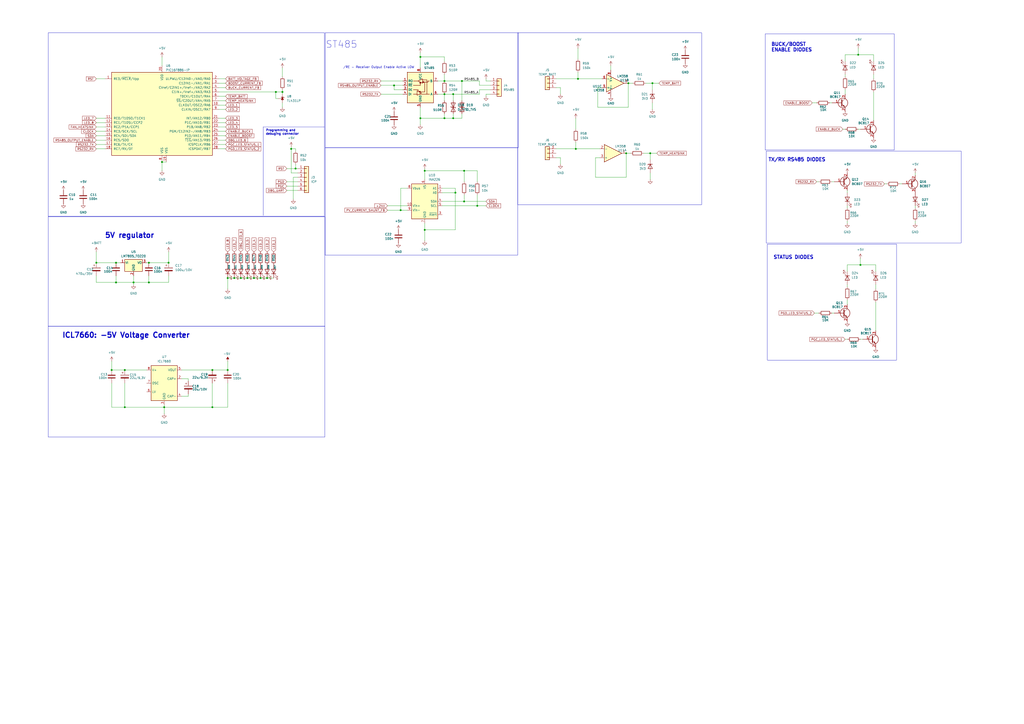
<source format=kicad_sch>
(kicad_sch (version 20231120) (generator "eeschema") (generator_version "8.0")
  (paper "A2")
  (junction (at 246.38 133.35))
  (junction (at 123.19 236.22))
  (junction (at 72.39 236.22))
  (junction (at 269.24 116.84))
  (junction (at 72.39 214.63))
  (junction (at 97.79 152.4))
  (junction (at 55.88 152.4))
  (junction (at 364.49 48.26))
  (junction (at 143.51 161.29))
  (junction (at 257.81 46.99))
  (junction (at 132.08 214.63))
  (junction (at 264.16 111.76))
  (junction (at 168.91 86.36))
  (junction (at 123.19 214.63))
  (junction (at 378.46 48.26))
  (junction (at 64.77 214.63))
  (junction (at 262.89 68.58))
  (junction (at 267.97 46.99))
  (junction (at 132.08 161.29))
  (junction (at 363.22 88.9))
  (junction (at 86.36 163.83))
  (junction (at 163.83 53.34))
  (junction (at 497.84 31.75))
  (junction (at 262.89 54.61))
  (junction (at 67.31 163.83))
  (junction (at 269.24 99.06))
  (junction (at 243.84 68.58))
  (junction (at 95.25 236.22))
  (junction (at 257.81 68.58))
  (junction (at 276.86 119.38))
  (junction (at 154.94 161.29))
  (junction (at 151.13 161.29))
  (junction (at 147.32 161.29))
  (junction (at 335.28 45.72))
  (junction (at 160.02 53.34))
  (junction (at 86.36 152.4))
  (junction (at 257.81 54.61))
  (junction (at 232.41 121.92))
  (junction (at 77.47 163.83))
  (junction (at 93.98 93.98))
  (junction (at 243.84 33.02))
  (junction (at 499.11 153.67))
  (junction (at 135.89 161.29))
  (junction (at 139.7 161.29))
  (junction (at 67.31 152.4))
  (junction (at 334.01 86.36))
  (junction (at 377.19 88.9))
  (junction (at 228.6 49.53))
  (junction (at 246.38 99.06))
  (junction (at 171.45 97.79))
  (wire (pts (xy 262.89 54.61) (xy 278.13 54.61)))
  (wire (pts (xy 163.83 59.69) (xy 163.83 62.23)))
  (wire (pts (xy 246.38 99.06) (xy 246.38 104.14)))
  (wire (pts (xy 322.58 45.72) (xy 335.28 45.72)))
  (wire (pts (xy 521.97 106.68) (xy 523.24 106.68)))
  (wire (pts (xy 346.71 62.23) (xy 364.49 62.23)))
  (wire (pts (xy 85.09 152.4) (xy 86.36 152.4)))
  (wire (pts (xy 530.86 100.33) (xy 530.86 101.6)))
  (wire (pts (xy 262.89 68.58) (xy 257.81 68.58)))
  (wire (pts (xy 381 88.9) (xy 377.19 88.9)))
  (wire (pts (xy 284.48 52.07) (xy 278.13 52.07)))
  (wire (pts (xy 473.71 105.41) (xy 474.98 105.41)))
  (wire (pts (xy 377.19 104.14) (xy 377.19 100.33)))
  (wire (pts (xy 246.38 99.06) (xy 269.24 99.06)))
  (wire (pts (xy 139.7 161.29) (xy 143.51 161.29)))
  (wire (pts (xy 86.36 163.83) (xy 86.36 160.02)))
  (wire (pts (xy 55.88 163.83) (xy 55.88 160.02)))
  (wire (pts (xy 506.73 43.18) (xy 506.73 45.72)))
  (wire (pts (xy 346.71 50.8) (xy 349.25 50.8)))
  (wire (pts (xy 64.77 236.22) (xy 64.77 222.25)))
  (wire (pts (xy 508 175.26) (xy 508 191.77)))
  (wire (pts (xy 345.44 91.44) (xy 347.98 91.44)))
  (wire (pts (xy 281.94 46.99) (xy 281.94 45.72)))
  (wire (pts (xy 243.84 30.48) (xy 243.84 33.02)))
  (wire (pts (xy 499.11 149.86) (xy 499.11 153.67)))
  (wire (pts (xy 127 76.2) (xy 130.81 76.2)))
  (wire (pts (xy 278.13 52.07) (xy 278.13 54.61)))
  (wire (pts (xy 166.37 107.95) (xy 172.72 107.95)))
  (wire (pts (xy 77.47 163.83) (xy 77.47 165.1)))
  (wire (pts (xy 135.89 161.29) (xy 139.7 161.29)))
  (wire (pts (xy 334.01 68.58) (xy 334.01 74.93)))
  (wire (pts (xy 154.94 161.29) (xy 158.75 161.29)))
  (wire (pts (xy 236.22 109.22) (xy 232.41 109.22)))
  (wire (pts (xy 171.45 95.25) (xy 171.45 97.79)))
  (wire (pts (xy 228.6 49.53) (xy 233.68 49.53)))
  (wire (pts (xy 363.22 88.9) (xy 365.76 88.9)))
  (wire (pts (xy 171.45 87.63) (xy 171.45 86.36)))
  (wire (pts (xy 55.88 81.28) (xy 60.96 81.28)))
  (wire (pts (xy 97.79 146.05) (xy 97.79 152.4)))
  (wire (pts (xy 530.86 119.38) (xy 530.86 120.65)))
  (wire (pts (xy 488.95 74.93) (xy 490.22 74.93)))
  (wire (pts (xy 481.33 59.69) (xy 482.6 59.69)))
  (wire (pts (xy 86.36 163.83) (xy 97.79 163.83)))
  (wire (pts (xy 364.49 62.23) (xy 364.49 48.26)))
  (wire (pts (xy 276.86 119.38) (xy 281.94 119.38)))
  (wire (pts (xy 325.12 50.8) (xy 325.12 54.61)))
  (wire (pts (xy 471.17 59.69) (xy 473.71 59.69)))
  (wire (pts (xy 95.25 236.22) (xy 95.25 240.03)))
  (wire (pts (xy 97.79 163.83) (xy 97.79 160.02)))
  (wire (pts (xy 172.72 102.87) (xy 170.18 102.87)))
  (wire (pts (xy 257.81 54.61) (xy 262.89 54.61)))
  (wire (pts (xy 220.98 46.99) (xy 233.68 46.99)))
  (wire (pts (xy 55.88 76.2) (xy 60.96 76.2)))
  (wire (pts (xy 55.88 68.58) (xy 60.96 68.58)))
  (wire (pts (xy 354.33 38.1) (xy 354.33 40.64)))
  (wire (pts (xy 281.94 55.88) (xy 281.94 54.61)))
  (wire (pts (xy 281.94 54.61) (xy 284.48 54.61)))
  (wire (pts (xy 95.25 236.22) (xy 123.19 236.22)))
  (wire (pts (xy 276.86 99.06) (xy 276.86 105.41)))
  (wire (pts (xy 132.08 161.29) (xy 132.08 167.64)))
  (wire (pts (xy 325.12 91.44) (xy 325.12 95.25)))
  (wire (pts (xy 246.38 133.35) (xy 246.38 139.7)))
  (wire (pts (xy 127 50.8) (xy 130.81 50.8)))
  (wire (pts (xy 93.98 93.98) (xy 93.98 99.06)))
  (wire (pts (xy 93.98 93.98) (xy 96.52 93.98)))
  (wire (pts (xy 143.51 161.29) (xy 147.32 161.29)))
  (wire (pts (xy 163.83 53.34) (xy 163.83 54.61)))
  (wire (pts (xy 373.38 88.9) (xy 377.19 88.9)))
  (wire (pts (xy 256.54 119.38) (xy 276.86 119.38)))
  (wire (pts (xy 220.98 54.61) (xy 233.68 54.61)))
  (wire (pts (xy 132.08 236.22) (xy 132.08 222.25)))
  (wire (pts (xy 506.73 53.34) (xy 506.73 69.85)))
  (wire (pts (xy 151.13 161.29) (xy 154.94 161.29)))
  (wire (pts (xy 530.86 128.27) (xy 530.86 129.54)))
  (wire (pts (xy 69.85 152.4) (xy 67.31 152.4)))
  (wire (pts (xy 132.08 161.29) (xy 135.89 161.29)))
  (wire (pts (xy 163.83 52.07) (xy 163.83 53.34)))
  (wire (pts (xy 378.46 48.26) (xy 378.46 52.07)))
  (wire (pts (xy 243.84 62.23) (xy 243.84 68.58)))
  (wire (pts (xy 105.41 214.63) (xy 123.19 214.63)))
  (wire (pts (xy 160.02 57.15) (xy 160.02 53.34)))
  (wire (pts (xy 161.29 57.15) (xy 160.02 57.15)))
  (wire (pts (xy 335.28 27.94) (xy 335.28 34.29)))
  (wire (pts (xy 243.84 33.02) (xy 243.84 39.37)))
  (wire (pts (xy 322.58 86.36) (xy 334.01 86.36)))
  (wire (pts (xy 130.81 81.28) (xy 127 81.28)))
  (wire (pts (xy 322.58 50.8) (xy 325.12 50.8)))
  (wire (pts (xy 55.88 73.66) (xy 60.96 73.66)))
  (wire (pts (xy 168.91 85.09) (xy 168.91 86.36)))
  (wire (pts (xy 166.37 110.49) (xy 172.72 110.49)))
  (wire (pts (xy 132.08 209.55) (xy 132.08 214.63)))
  (wire (pts (xy 256.54 111.76) (xy 264.16 111.76)))
  (wire (pts (xy 55.88 78.74) (xy 60.96 78.74)))
  (wire (pts (xy 130.81 60.96) (xy 127 60.96)))
  (wire (pts (xy 170.18 102.87) (xy 170.18 115.57)))
  (wire (pts (xy 130.81 78.74) (xy 127 78.74)))
  (wire (pts (xy 95.25 236.22) (xy 72.39 236.22)))
  (wire (pts (xy 228.6 52.07) (xy 228.6 49.53)))
  (wire (pts (xy 246.38 133.35) (xy 264.16 133.35)))
  (wire (pts (xy 109.22 229.87) (xy 105.41 229.87)))
  (wire (pts (xy 491.49 153.67) (xy 499.11 153.67)))
  (wire (pts (xy 267.97 68.58) (xy 262.89 68.58)))
  (wire (pts (xy 335.28 45.72) (xy 335.28 41.91)))
  (wire (pts (xy 257.81 68.58) (xy 243.84 68.58)))
  (wire (pts (xy 491.49 165.1) (xy 491.49 166.37)))
  (wire (pts (xy 130.81 86.36) (xy 127 86.36)))
  (wire (pts (xy 262.89 66.04) (xy 262.89 68.58)))
  (wire (pts (xy 147.32 161.29) (xy 151.13 161.29)))
  (wire (pts (xy 86.36 152.4) (xy 97.79 152.4)))
  (wire (pts (xy 160.02 53.34) (xy 163.83 53.34)))
  (wire (pts (xy 491.49 110.49) (xy 491.49 111.76)))
  (wire (pts (xy 497.84 27.94) (xy 497.84 31.75)))
  (wire (pts (xy 491.49 119.38) (xy 491.49 120.65)))
  (wire (pts (xy 334.01 86.36) (xy 347.98 86.36)))
  (wire (pts (xy 257.81 54.61) (xy 257.81 58.42)))
  (wire (pts (xy 77.47 163.83) (xy 86.36 163.83)))
  (wire (pts (xy 499.11 153.67) (xy 508 153.67)))
  (wire (pts (xy 257.81 33.02) (xy 243.84 33.02)))
  (wire (pts (xy 123.19 236.22) (xy 132.08 236.22)))
  (wire (pts (xy 257.81 46.99) (xy 267.97 46.99)))
  (wire (pts (xy 220.98 49.53) (xy 228.6 49.53)))
  (wire (pts (xy 364.49 48.26) (xy 367.03 48.26)))
  (wire (pts (xy 55.88 71.12) (xy 60.96 71.12)))
  (wire (pts (xy 67.31 152.4) (xy 55.88 152.4)))
  (wire (pts (xy 490.22 43.18) (xy 490.22 44.45)))
  (wire (pts (xy 490.22 196.85) (xy 491.49 196.85)))
  (wire (pts (xy 264.16 111.76) (xy 264.16 109.22)))
  (wire (pts (xy 345.44 91.44) (xy 345.44 102.87)))
  (wire (pts (xy 67.31 163.83) (xy 77.47 163.83)))
  (wire (pts (xy 55.88 45.72) (xy 60.96 45.72)))
  (wire (pts (xy 499.11 196.85) (xy 500.38 196.85)))
  (wire (pts (xy 374.65 48.26) (xy 378.46 48.26)))
  (wire (pts (xy 472.44 181.61) (xy 474.98 181.61)))
  (wire (pts (xy 490.22 31.75) (xy 497.84 31.75)))
  (wire (pts (xy 105.41 219.71) (xy 109.22 219.71)))
  (wire (pts (xy 284.48 49.53) (xy 278.13 49.53)))
  (wire (pts (xy 130.81 73.66) (xy 127 73.66)))
  (wire (pts (xy 267.97 66.04) (xy 267.97 68.58)))
  (wire (pts (xy 224.79 121.92) (xy 232.41 121.92)))
  (wire (pts (xy 264.16 133.35) (xy 264.16 111.76)))
  (wire (pts (xy 233.68 52.07) (xy 228.6 52.07)))
  (wire (pts (xy 257.81 35.56) (xy 257.81 33.02)))
  (wire (pts (xy 109.22 219.71) (xy 109.22 220.98)))
  (wire (pts (xy 130.81 83.82) (xy 127 83.82)))
  (wire (pts (xy 267.97 46.99) (xy 278.13 46.99)))
  (wire (pts (xy 322.58 91.44) (xy 325.12 91.44)))
  (wire (pts (xy 491.49 128.27) (xy 491.49 129.54)))
  (wire (pts (xy 130.81 58.42) (xy 127 58.42)))
  (wire (pts (xy 278.13 49.53) (xy 278.13 46.99)))
  (wire (pts (xy 109.22 228.6) (xy 109.22 229.87)))
  (wire (pts (xy 491.49 173.99) (xy 491.49 176.53)))
  (wire (pts (xy 67.31 163.83) (xy 55.88 163.83)))
  (wire (pts (xy 172.72 100.33) (xy 168.91 100.33)))
  (wire (pts (xy 497.84 31.75) (xy 506.73 31.75)))
  (wire (pts (xy 224.79 119.38) (xy 236.22 119.38)))
  (wire (pts (xy 130.81 71.12) (xy 127 71.12)))
  (wire (pts (xy 168.91 86.36) (xy 171.45 86.36)))
  (wire (pts (xy 335.28 45.72) (xy 349.25 45.72)))
  (wire (pts (xy 123.19 214.63) (xy 132.08 214.63)))
  (wire (pts (xy 506.73 31.75) (xy 506.73 35.56)))
  (wire (pts (xy 256.54 116.84) (xy 269.24 116.84)))
  (wire (pts (xy 482.6 181.61) (xy 483.87 181.61)))
  (wire (pts (xy 127 53.34) (xy 160.02 53.34)))
  (wire (pts (xy 64.77 209.55) (xy 64.77 214.63)))
  (wire (pts (xy 334.01 86.36) (xy 334.01 82.55)))
  (wire (pts (xy 269.24 99.06) (xy 269.24 105.41)))
  (wire (pts (xy 72.39 222.25) (xy 72.39 236.22)))
  (polyline (pts (xy 152.654 73.66) (xy 152.654 124.968)))
  (wire (pts (xy 264.16 109.22) (xy 256.54 109.22)))
  (wire (pts (xy 130.81 68.58) (xy 127 68.58)))
  (wire (pts (xy 262.89 54.61) (xy 262.89 58.42)))
  (wire (pts (xy 490.22 31.75) (xy 490.22 35.56)))
  (wire (pts (xy 482.6 105.41) (xy 483.87 105.41)))
  (wire (pts (xy 508 153.67) (xy 508 157.48)))
  (wire (pts (xy 171.45 97.79) (xy 172.72 97.79)))
  (wire (pts (xy 382.27 48.26) (xy 378.46 48.26)))
  (wire (pts (xy 269.24 99.06) (xy 276.86 99.06)))
  (wire (pts (xy 64.77 214.63) (xy 72.39 214.63)))
  (wire (pts (xy 166.37 105.41) (xy 172.72 105.41)))
  (wire (pts (xy 508 165.1) (xy 508 167.64)))
  (wire (pts (xy 55.88 146.05) (xy 55.88 152.4)))
  (wire (pts (xy 55.88 83.82) (xy 60.96 83.82)))
  (wire (pts (xy 67.31 160.02) (xy 67.31 163.83)))
  (wire (pts (xy 254 54.61) (xy 257.81 54.61)))
  (wire (pts (xy 130.81 63.5) (xy 127 63.5)))
  (wire (pts (xy 257.81 66.04) (xy 257.81 68.58)))
  (wire (pts (xy 254 46.99) (xy 257.81 46.99)))
  (wire (pts (xy 72.39 214.63) (xy 85.09 214.63)))
  (wire (pts (xy 168.91 86.36) (xy 168.91 100.33)))
  (wire (pts (xy 77.47 160.02) (xy 77.47 163.83)))
  (wire (pts (xy 166.37 97.79) (xy 171.45 97.79)))
  (wire (pts (xy 363.22 102.87) (xy 363.22 88.9)))
  (wire (pts (xy 346.71 50.8) (xy 346.71 62.23)))
  (wire (pts (xy 246.38 129.54) (xy 246.38 133.35)))
  (wire (pts (xy 127 55.88) (xy 130.81 55.88)))
  (wire (pts (xy 513.08 106.68) (xy 514.35 106.68)))
  (wire (pts (xy 267.97 46.99) (xy 267.97 58.42)))
  (wire (pts (xy 269.24 113.03) (xy 269.24 116.84)))
  (wire (pts (xy 490.22 52.07) (xy 490.22 54.61)))
  (wire (pts (xy 127 48.26) (xy 130.81 48.26)))
  (wire (pts (xy 257.81 43.18) (xy 257.81 46.99)))
  (wire (pts (xy 377.19 88.9) (xy 377.19 92.71)))
  (wire (pts (xy 95.25 234.95) (xy 95.25 236.22)))
  (wire (pts (xy 345.44 102.87) (xy 363.22 102.87)))
  (wire (pts (xy 378.46 63.5) (xy 378.46 59.69)))
  (wire (pts (xy 232.41 121.92) (xy 236.22 121.92)))
  (wire (pts (xy 276.86 113.03) (xy 276.86 119.38)))
  (wire (pts (xy 163.83 39.37) (xy 163.83 44.45)))
  (wire (pts (xy 243.84 68.58) (xy 243.84 72.39)))
  (wire (pts (xy 497.84 74.93) (xy 499.11 74.93)))
  (wire (pts (xy 232.41 109.22) (xy 232.41 121.92)))
  (wire (pts (xy 72.39 236.22) (xy 64.77 236.22)))
  (wire (pts (xy 55.88 86.36) (xy 60.96 86.36)))
  (wire (pts (xy 269.24 116.84) (xy 281.94 116.84)))
  (wire (pts (xy 93.98 33.02) (xy 93.98 38.1)))
  (wire (pts (xy 246.38 97.79) (xy 246.38 99.06)))
  (polyline (pts (xy 188.214 73.66) (xy 152.654 73.66)))
  (wire (pts (xy 123.19 236.22) (xy 123.19 222.25)))
  (wire (pts (xy 491.49 153.67) (xy 491.49 157.48)))
  (wire (pts (xy 127 45.72) (xy 130.81 45.72)))
  (wire (pts (xy 284.48 46.99) (xy 281.94 46.99)))
  (rectangle (start 443.865 19.685) (end 518.795 86.995))
  (rectangle (start 27.94 19.05) (end 188.214 125.476))
  (rectangle (start 188.595 19.05) (end 300.736 85.598))
  (rectangle (start 444.5 87.63) (end 557.53 140.97))
  (rectangle (start 445.135 141.605) (end 520.065 208.915))
  (rectangle (start 27.94 125.73) (end 188.468 189.23))
  (rectangle (start 300.355 19.05) (end 407.035 118.745))
  (rectangle (start 27.94 189.23) (end 188.468 253.492))
  (rectangle (start 188.595 85.725) (end 300.355 147.955))
  (text "5V regulator" (at 75.184 136.652 0) (effects (font (size 3 3) (thickness 0.6) (bold yes))))
  (text "TX/RX RS485 DIODES" (at 462.28 92.71 0) (effects (font (size 2 2) (thickness 0.4) (bold yes))))
  (text "Programming and\ndebuging connector" (at 154.178 76.708 0) (effects (font (size 1.27 1.27) (bold yes)) (justify left)))
  (text "BUCK/BOOST\nENABLE DIODES" (at 447.294 27.432 0) (effects (font (size 2 2) (thickness 0.4) (bold yes)) (justify left)))
  (text "ICL7660: -5V Voltage Converter" (at 73.152 194.564 0) (effects (font (size 3 3) (thickness 0.6) (bold yes))))
  (text "/RE - Receiver Output Enable Active LOW" (at 219.71 39.116 0) (effects (font (size 1.27 1.27))))
  (text "STATUS DIODES" (at 448.564 149.352 0) (effects (font (size 2 2) (thickness 0.4) (bold yes)) (justify left)))
  (text "ST485" (at 198.12 25.908 0) (effects (font (size 4 4))))
  (label "RS485_B" (at 269.24 46.99 0))
  (label "RS485_A" (at 269.24 54.61 0))
  (global_label "RS232_TX" (shape input) (at 55.88 83.82 180) (property "Intersheetrefs" "${INTERSHEET_REFS}" (effects (hide yes))))
  (global_label "RS485_OUTPUT_ENABLE" (shape input) (at 55.88 81.28 180) (property "Intersheetrefs" "${INTERSHEET_REFS}" (effects (hide yes))))
  (global_label "RS232_RX" (shape input) (at 55.88 86.36 180) (property "Intersheetrefs" "${INTERSHEET_REFS}" (effects (hide yes))))
  (global_label "LED_5" (shape input) (at 130.81 73.66 0) (property "Intersheetrefs" "${INTERSHEET_REFS}" (effects (hide yes))))
  (global_label "TEMP_BATT" (shape input) (at 382.27 48.26 0) (property "Intersheetrefs" "${INTERSHEET_REFS}" (effects (hide yes))))
  (global_label "LED_1" (shape input) (at 158.75 146.05 90) (property "Intersheetrefs" "${INTERSHEET_REFS}" (effects (hide yes))))
  (global_label "RS232_TX" (shape input) (at 220.98 54.61 180) (property "Intersheetrefs" "${INTERSHEET_REFS}" (effects (hide yes))))
  (global_label "DBG_UART" (shape input) (at 166.37 110.49 180) (property "Intersheetrefs" "${INTERSHEET_REFS}" (effects (hide yes))))
  (global_label "+24V" (shape input) (at 224.79 119.38 180) (property "Intersheetrefs" "${INTERSHEET_REFS}" (effects (hide yes))))
  (global_label "PV_CURRENT_SHUNT_FB" (shape input) (at 224.79 121.92 180) (property "Intersheetrefs" "${INTERSHEET_REFS}" (effects (hide yes))))
  (global_label "LED_7" (shape input) (at 135.89 146.05 90) (property "Intersheetrefs" "${INTERSHEET_REFS}" (effects (hide yes))))
  (global_label "ENABLE_BOOST" (shape input) (at 130.81 78.74 0) (property "Intersheetrefs" "${INTERSHEET_REFS}" (effects (hide yes))))
  (global_label "RS485_OUTPUT_ENABLE" (shape input) (at 220.98 49.53 180) (property "Intersheetrefs" "${INTERSHEET_REFS}" (effects (hide yes))))
  (global_label "PGC_LED_STATUS_1" (shape input) (at 130.81 83.82 0) (property "Intersheetrefs" "${INTERSHEET_REFS}" (effects (hide yes))))
  (global_label "LED_2" (shape input) (at 130.81 63.5 0) (property "Intersheetrefs" "${INTERSHEET_REFS}" (effects (hide yes))))
  (global_label "RST" (shape input) (at 166.37 97.79 180) (property "Intersheetrefs" "${INTERSHEET_REFS}" (effects (hide yes))))
  (global_label "LED_4" (shape input) (at 147.32 146.05 90) (property "Intersheetrefs" "${INTERSHEET_REFS}" (effects (hide yes))))
  (global_label "LED_2" (shape input) (at 154.94 146.05 90) (property "Intersheetrefs" "${INTERSHEET_REFS}" (effects (hide yes))))
  (global_label "LED_3" (shape input) (at 130.81 68.58 0) (property "Intersheetrefs" "${INTERSHEET_REFS}" (effects (hide yes))))
  (global_label "PGC_LED_STATUS_1" (shape input) (at 490.22 196.85 180) (property "Intersheetrefs" "${INTERSHEET_REFS}" (effects (hide yes))))
  (global_label "FAN_HEATSINK" (shape input) (at 55.88 73.66 180) (property "Intersheetrefs" "${INTERSHEET_REFS}" (effects (hide yes))))
  (global_label "ENABLE_BUCK" (shape input) (at 488.95 74.93 180) (property "Intersheetrefs" "${INTERSHEET_REFS}" (effects (hide yes))))
  (global_label "TEMP_BATT" (shape input) (at 130.81 55.88 0) (property "Intersheetrefs" "${INTERSHEET_REFS}" (effects (hide yes))))
  (global_label "LED_4" (shape input) (at 130.81 71.12 0) (property "Intersheetrefs" "${INTERSHEET_REFS}" (effects (hide yes))))
  (global_label "LED_5" (shape input) (at 143.51 146.05 90) (property "Intersheetrefs" "${INTERSHEET_REFS}" (effects (hide yes))))
  (global_label "LED_8" (shape input) (at 55.88 71.12 180) (property "Intersheetrefs" "${INTERSHEET_REFS}" (effects (hide yes))))
  (global_label "LED_8" (shape input) (at 132.08 146.05 90) (property "Intersheetrefs" "${INTERSHEET_REFS}" (effects (hide yes))))
  (global_label "SDA" (shape input) (at 55.88 78.74 180) (property "Intersheetrefs" "${INTERSHEET_REFS}" (effects (hide yes))))
  (global_label "CLOCK" (shape input) (at 55.88 76.2 180) (property "Intersheetrefs" "${INTERSHEET_REFS}" (effects (hide yes))))
  (global_label "LED_1" (shape input) (at 130.81 60.96 0) (property "Intersheetrefs" "${INTERSHEET_REFS}" (effects (hide yes))))
  (global_label "BOOST_CURRENT_FB" (shape input) (at 130.81 48.26 0) (property "Intersheetrefs" "${INTERSHEET_REFS}" (effects (hide yes))))
  (global_label "ENABLE_BUCK" (shape input) (at 130.81 76.2 0) (property "Intersheetrefs" "${INTERSHEET_REFS}" (effects (hide yes))))
  (global_label "PGD_LED_STATUS_2" (shape input) (at 130.81 86.36 0) (property "Intersheetrefs" "${INTERSHEET_REFS}" (effects (hide yes))))
  (global_label "PGC" (shape input) (at 166.37 107.95 180) (property "Intersheetrefs" "${INTERSHEET_REFS}" (effects (hide yes))))
  (global_label "DBG_LED_6" (shape input) (at 130.81 81.28 0) (property "Intersheetrefs" "${INTERSHEET_REFS}" (effects (hide yes))))
  (global_label "BUCK_CURRENT_FB" (shape input) (at 130.81 50.8 0) (property "Intersheetrefs" "${INTERSHEET_REFS}" (effects (hide yes))))
  (global_label "CLOCK" (shape input) (at 281.94 119.38 0) (property "Intersheetrefs" "${INTERSHEET_REFS}" (effects (hide yes))))
  (global_label "LED_7" (shape input) (at 55.88 68.58 180) (property "Intersheetrefs" "${INTERSHEET_REFS}" (effects (hide yes))))
  (global_label "DBG_LED_6" (shape input) (at 139.7 146.05 90) (property "Intersheetrefs" "${INTERSHEET_REFS}" (effects (hide yes))))
  (global_label "PGD" (shape input) (at 166.37 105.41 180) (property "Intersheetrefs" "${INTERSHEET_REFS}" (effects (hide yes))))
  (global_label "ENABLE_BOOST" (shape input) (at 471.17 59.69 180) (property "Intersheetrefs" "${INTERSHEET_REFS}" (effects (hide yes))))
  (global_label "TEMP_HEATSINK" (shape input) (at 381 88.9 0) (property "Intersheetrefs" "${INTERSHEET_REFS}" (effects (hide yes))))
  (global_label "TEMP_HEATSINK" (shape input) (at 130.81 58.42 0) (property "Intersheetrefs" "${INTERSHEET_REFS}" (effects (hide yes))))
  (global_label "PGD_LED_STATUS_2" (shape input) (at 472.44 181.61 180) (property "Intersheetrefs" "${INTERSHEET_REFS}" (effects (hide yes))))
  (global_label "LED_3" (shape input) (at 151.13 146.05 90) (property "Intersheetrefs" "${INTERSHEET_REFS}" (effects (hide yes))))
  (global_label "BATT_VOLTAGE_FB" (shape input) (at 130.81 45.72 0) (property "Intersheetrefs" "${INTERSHEET_REFS}" (effects (hide yes))))
  (global_label "RS232_RX" (shape input) (at 220.98 46.99 180) (property "Intersheetrefs" "${INTERSHEET_REFS}" (effects (hide yes))))
  (global_label "SDA" (shape input) (at 281.94 116.84 0) (property "Intersheetrefs" "${INTERSHEET_REFS}" (effects (hide yes))))
  (global_label "RS232_RX" (shape input) (at 473.71 105.41 180) (property "Intersheetrefs" "${INTERSHEET_REFS}" (effects (hide yes))))
  (global_label "RST" (shape input) (at 55.88 45.72 180) (property "Intersheetrefs" "${INTERSHEET_REFS}" (effects (hide yes))))
  (global_label "RS232_TX" (shape input) (at 513.08 106.68 180) (property "Intersheetrefs" "${INTERSHEET_REFS}" (effects (hide yes))))
  (symbol (lib_id "power:+5V") (at 168.91 85.09 0) (unit 1)
    (property "Reference" "#PWR032" (effects (hide yes)))
    (property "Value" "+5V" (at 168.91 80.01 0))
    (property "Description" "Power symbol creates a global label with name \"+5V\"" (effects (hide yes)))
  )
  (symbol (lib_id "Device:C") (at 231.14 137.16 0) (unit 1)
    (property "Reference" "C22" (at 223.266 135.89 0) (effects (justify left)))
    (property "Value" "100n" (at 223.266 138.43 0) (effects (justify left)))
    (property "Footprint" "Resistor_SMD:R_0805_2012Metric_Pad1.20x1.40mm_HandSolder" (effects (hide yes)))
    (property "Description" "Unpolarized capacitor" (effects (hide yes)))
  )
  (symbol (lib_id "Device:LED") (at 151.13 157.48 90) (unit 1)
    (property "Reference" "D15" (at 151.892 153.67 0) (effects (font (size 0.762 0.762)) (justify right)))
    (property "Value" "LED" (effects (hide yes)))
    (property "Footprint" "LED_THT:LED_D5.0mm" (effects (hide yes)))
    (property "Description" "Light emitting diode" (effects (hide yes)))
  )
  (symbol (lib_id "Interface_UART:ST485EBDR") (at 243.84 49.53 0) (unit 1)
    (property "Reference" "U9" (at 246.0341 36.83 0) (effects (justify left)))
    (property "Value" "ST485" (at 246.0341 39.37 0) (effects (justify left)))
    (property "Footprint" "Package_SO:SOIC-8_3.9x4.9mm_P1.27mm" (effects (hide yes)))
    (property "Datasheet" "http://www.st.com/resource/en/datasheet/st485eb.pdf" (effects (hide yes)))
    (property "Description" "Half duplex RS-485/RS-422, 5 Mbps, ±15kV electro-static discharge (ESD) protection, no slew-rate, with low-power shutdown, with receiver/driver enable, 256 transceiver on the bus - 40 to 85 °C, SOIC-8" (effects (hide yes)))
  )
  (symbol (lib_id "power:GND") (at 243.84 72.39 0) (unit 1)
    (property "Reference" "#PWR039" (effects (hide yes)))
    (property "Value" "GND" (at 243.84 77.47 0))
    (property "Description" "Power symbol creates a global label with name \"GND\" , ground" (effects (hide yes)))
  )
  (symbol (lib_id "power:GND") (at 132.08 167.64 0) (unit 1)
    (property "Reference" "#PWR028" (effects (hide yes)))
    (property "Value" "GND" (at 132.08 172.72 0))
    (property "Description" "Power symbol creates a global label with name \"GND\" , ground" (effects (hide yes)))
  )
  (symbol (lib_id "Device:R") (at 143.51 149.86 180) (unit 1)
    (property "Reference" "R46" (at 143.51 151.638 90) (effects (justify right)))
    (property "Value" "120R" (effects (hide yes)))
    (property "Footprint" "Resistor_SMD:R_0805_2012Metric_Pad1.20x1.40mm_HandSolder" (effects (hide yes)))
    (property "Description" "Resistor" (effects (hide yes)))
  )
  (symbol (lib_id "Regulator_Linear:LM7805_TO220") (at 77.47 152.4 0) (unit 1)
    (property "Reference" "U5" (at 77.47 146.05 0))
    (property "Value" "LM7805_TO220" (at 77.47 148.59 0))
    (property "Footprint" "Package_TO_SOT_THT:TO-220-3_Vertical" (effects (hide yes)))
    (property "Datasheet" "https://www.onsemi.cn/PowerSolutions/document/MC7800-D.PDF" (effects (hide yes)))
    (property "Description" "Positive 1A 35V Linear Regulator, Fixed Output 5V, TO-220" (effects (hide yes)))
  )
  (symbol (lib_id "Connector_Generic:Conn_01x04") (at 289.56 49.53 0) (unit 1)
    (property "Reference" "J4" (at 292.1 49.5299 0) (effects (justify left)))
    (property "Value" "RS485" (at 292.1 52.0699 0) (effects (justify left)))
    (property "Footprint" "Connector_PinHeader_2.54mm:PinHeader_1x04_P2.54mm_Vertical" (effects (hide yes)))
    (property "Description" "Generic connector, single row, 01x04, script generated (kicad-library-utils/schlib/autogen/connector/)" (effects (hide yes)))
  )
  (symbol (lib_id "Device:R") (at 495.3 196.85 270) (unit 1)
    (property "Reference" "R69" (at 497.078 198.882 90) (effects (justify right)))
    (property "Value" "10K" (at 497.332 200.914 90) (effects (justify right)))
    (property "Footprint" "Resistor_SMD:R_0805_2012Metric_Pad1.20x1.40mm_HandSolder" (effects (hide yes)))
    (property "Description" "Resistor" (effects (hide yes)))
  )
  (symbol (lib_id "power:+5V") (at 48.26 110.49 0) (unit 1)
    (property "Reference" "#PWR019" (effects (hide yes)))
    (property "Value" "+5V" (at 48.26 105.41 0))
    (property "Description" "Power symbol creates a global label with name \"+5V\"" (effects (hide yes)))
  )
  (symbol (lib_id "Connector_Generic:Conn_01x03") (at 317.5 48.26 180) (unit 1)
    (property "Reference" "J5" (at 317.5 40.64 0))
    (property "Value" "TEMP_BATT" (at 317.5 43.18 0))
    (property "Footprint" "Connector_JST:JST_EH_B3B-EH-A_1x03_P2.50mm_Vertical" (effects (hide yes)))
    (property "Description" "Generic connector, single row, 01x03, script generated (kicad-library-utils/schlib/autogen/connector/)" (effects (hide yes)))
  )
  (symbol (lib_id "power:GND") (at 163.83 62.23 0) (unit 1)
    (property "Reference" "#PWR031" (effects (hide yes)))
    (property "Value" "GND" (at 163.83 67.31 0))
    (property "Description" "Power symbol creates a global label with name \"GND\" , ground" (effects (hide yes)))
  )
  (symbol (lib_id "Device:R") (at 163.83 48.26 180) (unit 1)
    (property "Reference" "R51" (at 166.37 46.9899 0) (effects (justify right)))
    (property "Value" "1k" (at 166.37 49.5299 0) (effects (justify right)))
    (property "Footprint" "Resistor_SMD:R_0805_2012Metric" (effects (hide yes)))
    (property "Description" "Resistor" (effects (hide yes)))
  )
  (symbol (lib_id "Device:R") (at 477.52 59.69 270) (unit 1)
    (property "Reference" "R62" (at 479.298 61.976 90) (effects (justify right)))
    (property "Value" "10K" (at 479.552 63.754 90) (effects (justify right)))
    (property "Footprint" "Resistor_SMD:R_0805_2012Metric_Pad1.20x1.40mm_HandSolder" (effects (hide yes)))
    (property "Description" "Resistor" (effects (hide yes)))
  )
  (symbol (lib_id "power:+5V") (at 530.86 100.33 0) (unit 1)
    (property "Reference" "#PWR062" (effects (hide yes)))
    (property "Value" "+5V" (at 530.86 95.25 0))
    (property "Description" "Power symbol creates a global label with name \"+5V\"" (effects (hide yes)))
  )
  (symbol (lib_id "Device:LED") (at 158.75 157.48 90) (unit 1)
    (property "Reference" "D17" (at 159.512 153.67 0) (effects (font (size 0.762 0.762)) (justify right)))
    (property "Value" "LED" (effects (hide yes)))
    (property "Footprint" "LED_THT:LED_D5.0mm" (effects (hide yes)))
    (property "Description" "Light emitting diode" (effects (hide yes)))
  )
  (symbol (lib_id "Device:C_Polarized") (at 55.88 156.21 0) (unit 1)
    (property "Reference" "C12" (at 50.292 156.21 0) (effects (justify left)))
    (property "Value" "470u/35V" (at 43.942 158.75 0) (effects (justify left)))
    (property "Footprint" "Capacitor_THT:CP_Radial_D8.0mm_P3.50mm" (effects (hide yes)))
    (property "Description" "Polarized capacitor" (effects (hide yes)))
  )
  (symbol (lib_id "Device:R") (at 139.7 149.86 180) (unit 1)
    (property "Reference" "R45" (at 139.7 151.638 90) (effects (justify right)))
    (property "Value" "120R" (effects (hide yes)))
    (property "Footprint" "Resistor_SMD:R_0805_2012Metric_Pad1.20x1.40mm_HandSolder" (effects (hide yes)))
    (property "Description" "Resistor" (effects (hide yes)))
  )
  (symbol (lib_id "power:+5V") (at 93.98 33.02 0) (unit 1)
    (property "Reference" "#PWR024" (effects (hide yes)))
    (property "Value" "+5V" (at 93.98 27.94 0))
    (property "Description" "Power symbol creates a global label with name \"+5V\"" (effects (hide yes)))
  )
  (symbol (lib_id "Device:R") (at 151.13 149.86 180) (unit 1)
    (property "Reference" "R48" (at 151.13 151.638 90) (effects (justify right)))
    (property "Value" "120R" (effects (hide yes)))
    (property "Footprint" "Resistor_SMD:R_0805_2012Metric_Pad1.20x1.40mm_HandSolder" (effects (hide yes)))
    (property "Description" "Resistor" (effects (hide yes)))
  )
  (symbol (lib_id "Device:R") (at 158.75 149.86 180) (unit 1)
    (property "Reference" "R50" (at 158.75 151.638 90) (effects (justify right)))
    (property "Value" "120R" (effects (hide yes)))
    (property "Footprint" "Resistor_SMD:R_0805_2012Metric_Pad1.20x1.40mm_HandSolder" (effects (hide yes)))
    (property "Description" "Resistor" (effects (hide yes)))
  )
  (symbol (lib_id "Device:R") (at 147.32 149.86 180) (unit 1)
    (property "Reference" "R47" (at 147.32 151.638 90) (effects (justify right)))
    (property "Value" "120R" (effects (hide yes)))
    (property "Footprint" "Resistor_SMD:R_0805_2012Metric_Pad1.20x1.40mm_HandSolder" (effects (hide yes)))
    (property "Description" "Resistor" (effects (hide yes)))
  )
  (symbol (lib_id "Device:LED") (at 506.73 39.37 270) (unit 1)
    (property "Reference" "D25" (at 509.27 36.5124 90) (effects (justify left)))
    (property "Value" "LED" (at 509.27 39.0524 90) (effects (justify left)))
    (property "Footprint" "LED_THT:LED_D5.0mm" (effects (hide yes)))
    (property "Description" "Light emitting diode" (effects (hide yes)))
  )
  (symbol (lib_id "Transistor_BJT:BC807") (at 528.32 106.68 0) (mirror x) (unit 1)
    (property "Reference" "Q16" (at 533.4 105.4099 0) (effects (justify left)))
    (property "Value" "BC807" (at 533.4 107.9499 0) (effects (justify left)))
    (property "Footprint" "Package_TO_SOT_SMD:SOT-23" (effects (hide yes)))
    (property "Datasheet" "https://www.onsemi.com/pub/Collateral/BC808-D.pdf" (effects (hide yes)))
    (property "Description" "0.8A Ic, 45V Vce, PNP Transistor, SOT-23" (effects (hide yes)))
  )
  (symbol (lib_id "Device:R") (at 135.89 149.86 180) (unit 1)
    (property "Reference" "R44" (at 135.89 151.638 90) (effects (justify right)))
    (property "Value" "120R" (effects (hide yes)))
    (property "Footprint" "Resistor_SMD:R_0805_2012Metric_Pad1.20x1.40mm_HandSolder" (effects (hide yes)))
    (property "Description" "Resistor" (effects (hide yes)))
  )
  (symbol (lib_id "Device:C") (at 36.83 114.3 0) (unit 1)
    (property "Reference" "C10" (at 39.878 113.03 0) (effects (justify left)))
    (property "Value" "1u" (at 40.132 115.316 0) (effects (justify left)))
    (property "Footprint" "Capacitor_SMD:C_0805_2012Metric_Pad1.18x1.45mm_HandSolder" (effects (hide yes)))
    (property "Description" "Unpolarized capacitor" (effects (hide yes)))
  )
  (symbol (lib_id "power:+5V") (at 281.94 45.72 0) (unit 1)
    (property "Reference" "#PWR042" (effects (hide yes)))
    (property "Value" "+5V" (at 281.94 40.64 0))
    (property "Description" "Power symbol creates a global label with name \"+5V\"" (effects (hide yes)))
  )
  (symbol (lib_id "Transistor_BJT:BC817") (at 505.46 196.85 0) (unit 1)
    (property "Reference" "Q15" (at 501.396 191.008 0) (effects (justify left)))
    (property "Value" "BC817" (at 499.11 193.294 0) (effects (justify left)))
    (property "Footprint" "Package_TO_SOT_SMD:SOT-23" (effects (hide yes)))
    (property "Datasheet" "http://www.fairchildsemi.com/ds/BC/BC817.pdf" (effects (hide yes)))
  )
  (symbol (lib_id "power:GND") (at 325.12 54.61 0) (unit 1)
    (property "Reference" "#PWR044" (effects (hide yes)))
    (property "Value" "GND" (at 325.12 59.69 0))
    (property "Description" "Power symbol creates a global label with name \"GND\" , ground" (effects (hide yes)))
  )
  (symbol (lib_id "Device:LED") (at 508 161.29 270) (unit 1)
    (property "Reference" "D26" (at 510.54 158.4324 90) (effects (justify left)))
    (property "Value" "LED" (at 510.54 160.9724 90) (effects (justify left)))
    (property "Footprint" "LED_THT:LED_D5.0mm" (effects (hide yes)))
    (property "Description" "Light emitting diode" (effects (hide yes)))
  )
  (symbol (lib_id "Regulator_SwitchedCapacitor:ICL7660") (at 95.25 222.25 0) (unit 1)
    (property "Reference" "U7" (at 95.25 207.01 0))
    (property "Value" "ICL7660" (at 95.25 209.55 0))
    (property "Footprint" "Package_SO:SOIC-8_3.9x4.9mm_P1.27mm" (effects (hide yes)))
    (property "Datasheet" "http://datasheets.maximintegrated.com/en/ds/ICL7660-MAX1044.pdf" (effects (hide yes)))
    (property "Description" "Switched-Capacitor Voltage Converter, 1.5V to 10.0V operating supply voltage, 10mA with a 0.5V output drop, SO-8/DIP-8/µMAX-8/TO-99" (effects (hide yes)))
  )
  (symbol (lib_id "Device:R") (at 132.08 149.86 180) (unit 1)
    (property "Reference" "R43" (at 132.08 151.638 90) (effects (justify right)))
    (property "Value" "120R" (effects (hide yes)))
    (property "Footprint" "Resistor_SMD:R_0805_2012Metric_Pad1.20x1.40mm_HandSolder" (effects (hide yes)))
    (property "Description" "Resistor" (effects (hide yes)))
  )
  (symbol (lib_id "power:+5V") (at 397.51 29.21 0) (unit 1)
    (property "Reference" "#PWR052" (effects (hide yes)))
    (property "Value" "+5V" (at 397.51 24.13 0))
    (property "Description" "Power symbol creates a global label with name \"+5V\"" (effects (hide yes)))
  )
  (symbol (lib_id "power:+5V") (at 354.33 38.1 0) (unit 1)
    (property "Reference" "#PWR048" (effects (hide yes)))
    (property "Value" "+5V" (at 354.33 33.02 0))
    (property "Description" "Power symbol creates a global label with name \"+5V\"" (effects (hide yes)))
  )
  (symbol (lib_id "Device:LED") (at 491.49 161.29 270) (unit 1)
    (property "Reference" "D24" (at 494.03 158.4324 90) (effects (justify left)))
    (property "Value" "LED" (at 494.03 160.9724 90) (effects (justify left)))
    (property "Footprint" "LED_THT:LED_D5.0mm" (effects (hide yes)))
    (property "Description" "Light emitting diode" (effects (hide yes)))
  )
  (symbol (lib_id "power:+5V") (at 334.01 68.58 0) (unit 1)
    (property "Reference" "#PWR046" (effects (hide yes)))
    (property "Value" "+5V" (at 334.01 63.5 0))
    (property "Description" "Power symbol creates a global label with name \"+5V\"" (effects (hide yes)))
  )
  (symbol (lib_id "power:GND") (at 170.18 115.57 0) (unit 1)
    (property "Reference" "#PWR033" (effects (hide yes)))
    (property "Value" "GND" (at 170.18 120.65 0))
    (property "Description" "Power symbol creates a global label with name \"GND\" , ground" (effects (hide yes)))
  )
  (symbol (lib_id "power:+5V") (at 499.11 149.86 0) (unit 1)
    (property "Reference" "#PWR059" (effects (hide yes)))
    (property "Value" "+5V" (at 499.11 144.78 0))
    (property "Description" "Power symbol creates a global label with name \"+5V\"" (effects (hide yes)))
  )
  (symbol (lib_id "power:GND") (at 48.26 118.11 0) (unit 1)
    (property "Reference" "#PWR020" (effects (hide yes)))
    (property "Value" "GND" (at 48.26 123.19 0))
    (property "Description" "Power symbol creates a global label with name \"GND\" , ground" (effects (hide yes)))
  )
  (symbol (lib_id "power:GND") (at 325.12 95.25 0) (unit 1)
    (property "Reference" "#PWR045" (effects (hide yes)))
    (property "Value" "GND" (at 325.12 100.33 0))
    (property "Description" "Power symbol creates a global label with name \"GND\" , ground" (effects (hide yes)))
  )
  (symbol (lib_id "Device:C") (at 86.36 156.21 0) (unit 1)
    (property "Reference" "C16" (at 89.408 155.448 0) (effects (justify left)))
    (property "Value" "100n" (at 89.154 157.48 0) (effects (justify left)))
    (property "Footprint" "Capacitor_SMD:C_0805_2012Metric_Pad1.18x1.45mm_HandSolder" (effects (hide yes)))
    (property "Description" "Unpolarized capacitor" (effects (hide yes)))
  )
  (symbol (lib_id "Device:LED") (at 530.86 115.57 90) (unit 1)
    (property "Reference" "D27" (at 534.67 115.8874 90) (effects (justify right)))
    (property "Value" "LED" (at 534.67 118.4274 90) (effects (justify right)))
    (property "Footprint" "LED_THT:LED_D5.0mm" (effects (hide yes)))
    (property "Description" "Light emitting diode" (effects (hide yes)))
  )
  (symbol (lib_id "Device:D_Zener") (at 377.19 96.52 90) (mirror x) (unit 1)
    (property "Reference" "D20" (at 374.65 95.2499 90) (effects (justify left)))
    (property "Value" "3V3" (at 374.65 97.7899 90) (effects (justify left)))
    (property "Footprint" "Diode_SMD:D_MiniMELF" (effects (hide yes)))
    (property "Description" "Zener diode" (effects (hide yes)))
  )
  (symbol (lib_id "Device:D_Zener") (at 378.46 55.88 90) (mirror x) (unit 1)
    (property "Reference" "D21" (at 375.92 54.6099 90) (effects (justify left)))
    (property "Value" "3V3" (at 375.92 57.1499 90) (effects (justify left)))
    (property "Footprint" "Diode_SMD:D_MiniMELF" (effects (hide yes)))
    (property "Description" "Zener diode" (effects (hide yes)))
  )
  (symbol (lib_id "power:+5V") (at 246.38 97.79 0) (unit 1)
    (property "Reference" "#PWR040" (effects (hide yes)))
    (property "Value" "+5V" (at 246.38 92.71 0))
    (property "Description" "Power symbol creates a global label with name \"+5V\"" (effects (hide yes)))
  )
  (symbol (lib_id "Transistor_BJT:BC817") (at 504.19 74.93 0) (unit 1)
    (property "Reference" "Q14" (at 500.126 69.088 0) (effects (justify left)))
    (property "Value" "BC817" (at 497.84 71.374 0) (effects (justify left)))
    (property "Footprint" "Package_TO_SOT_SMD:SOT-23" (effects (hide yes)))
    (property "Datasheet" "http://www.fairchildsemi.com/ds/BC/BC817.pdf" (effects (hide yes)))
  )
  (symbol (lib_id "Device:LED") (at 143.51 157.48 90) (unit 1)
    (property "Reference" "D13" (at 144.272 153.67 0) (effects (font (size 0.762 0.762)) (justify right)))
    (property "Value" "LED" (effects (hide yes)))
    (property "Footprint" "LED_THT:LED_D5.0mm" (effects (hide yes)))
    (property "Description" "Light emitting diode" (effects (hide yes)))
  )
  (symbol (lib_id "power:+5V") (at 228.6 64.77 0) (unit 1)
    (property "Reference" "#PWR034" (effects (hide yes)))
    (property "Value" "+5V" (at 228.6 59.69 0))
    (property "Description" "Power symbol creates a global label with name \"+5V\"" (effects (hide yes)))
  )
  (symbol (lib_id "Sensor_Energy:INA226") (at 246.38 116.84 0) (unit 1)
    (property "Reference" "U10" (at 248.5741 101.6 0) (effects (justify left)))
    (property "Value" "INA226" (at 248.5741 104.14 0) (effects (justify left)))
    (property "Footprint" "Package_SO:VSSOP-10_3x3mm_P0.5mm" (effects (hide yes)))
    (property "Datasheet" "http://www.ti.com/lit/ds/symlink/ina226.pdf" (effects (hide yes)))
    (property "Description" "High-Side or Low-Side Measurement, Bi-Directional Current and Power Monitor (0-36V) with I2C Compatible Interface, VSSOP-10" (effects (hide yes)))
  )
  (symbol (lib_id "Device:R") (at 257.81 39.37 0) (unit 1)
    (property "Reference" "R53" (at 260.35 38.0999 0) (effects (justify left)))
    (property "Value" "510R" (at 260.35 40.6399 0) (effects (justify left)))
    (property "Footprint" "Resistor_SMD:R_0805_2012Metric_Pad1.20x1.40mm_HandSolder" (effects (hide yes)))
    (property "Description" "Resistor" (effects (hide yes)))
  )
  (symbol (lib_id "Device:C") (at 67.31 156.21 0) (unit 1)
    (property "Reference" "C14" (at 61.722 155.448 0) (effects (justify left)))
    (property "Value" "100n" (at 60.198 157.48 0) (effects (justify left)))
    (property "Footprint" "Capacitor_SMD:C_0805_2012Metric_Pad1.18x1.45mm_HandSolder" (effects (hide yes)))
    (property "Description" "Unpolarized capacitor" (effects (hide yes)))
  )
  (symbol (lib_id "Reference_Voltage:TL431LP") (at 163.83 57.15 90) (unit 1)
    (property "Reference" "U8" (at 166.37 55.8799 90) (effects (justify right)))
    (property "Value" "TL431LP" (at 166.37 58.4199 90) (effects (justify right)))
    (property "Footprint" "Package_TO_SOT_THT:TO-92_Inline" (effects (hide yes)))
    (property "Datasheet" "http://www.ti.com/lit/ds/symlink/tl431.pdf" (effects (hide yes)))
    (property "Description" "Shunt Regulator, TO-92" (effects (hide yes)))
  )
  (symbol (lib_id "power:+BATT") (at 55.88 146.05 0) (unit 1)
    (property "Reference" "#PWR021" (effects (hide yes)))
    (property "Value" "+BATT" (at 55.88 140.97 0))
    (property "Description" "Power symbol creates a global label with name \"+BATT\"" (effects (hide yes)))
  )
  (symbol (lib_id "Device:R") (at 530.86 124.46 180) (unit 1)
    (property "Reference" "R73" (at 532.384 123.444 0) (effects (justify right)))
    (property "Value" "220R" (at 532.384 125.222 0) (effects (justify right)))
    (property "Footprint" "Resistor_SMD:R_0805_2012Metric_Pad1.20x1.40mm_HandSolder" (effects (hide yes)))
    (property "Description" "Resistor" (effects (hide yes)))
  )
  (symbol (lib_id "power:+5V") (at 64.77 209.55 0) (unit 1)
    (property "Reference" "#PWR022" (effects (hide yes)))
    (property "Value" "+5V" (at 64.77 204.47 0))
    (property "Description" "Power symbol creates a global label with name \"+5V\"" (effects (hide yes)))
  )
  (symbol (lib_id "Device:R") (at 276.86 109.22 0) (unit 1)
    (property "Reference" "R57" (at 279.4 107.9499 0) (effects (justify left)))
    (property "Value" "10k" (at 279.4 110.4899 0) (effects (justify left)))
    (property "Footprint" "Resistor_SMD:R_0805_2012Metric_Pad1.20x1.40mm_HandSolder" (effects (hide yes)))
    (property "Description" "Resistor" (effects (hide yes)))
  )
  (symbol (lib_id "Device:R") (at 508 171.45 180) (unit 1)
    (property "Reference" "R71" (at 509.524 170.434 0) (effects (justify right)))
    (property "Value" "220R" (at 509.524 172.212 0) (effects (justify right)))
    (property "Footprint" "Resistor_SMD:R_0805_2012Metric_Pad1.20x1.40mm_HandSolder" (effects (hide yes)))
    (property "Description" "Resistor" (effects (hide yes)))
  )
  (symbol (lib_id "Amplifier_Operational:LM358") (at 355.6 88.9 0) (mirror x) (unit 1)
    (property "Reference" "U11" (at 360.934 87.122 0))
    (property "Value" "LM358" (at 359.918 84.836 0))
    (property "Footprint" "Package_DIP:CERDIP-8_W7.62mm_SideBrazed_LongPads" (effects (hide yes)))
    (property "Datasheet" "http://www.ti.com/lit/ds/symlink/lm2904-n.pdf" (effects (hide yes)))
    (property "Description" "Low-Power, Dual Operational Amplifiers, DIP-8/SOIC-8/TO-99-8" (effects (hide yes)))
  )
  (symbol (lib_id "Device:R") (at 518.16 106.68 270) (unit 1)
    (property "Reference" "R72" (at 519.938 108.712 90) (effects (justify right)))
    (property "Value" "10K" (at 520.192 110.744 90) (effects (justify right)))
    (property "Footprint" "Resistor_SMD:R_0805_2012Metric_Pad1.20x1.40mm_HandSolder" (effects (hide yes)))
    (property "Description" "Resistor" (effects (hide yes)))
  )
  (symbol (lib_id "power:GND") (at 77.47 165.1 0) (unit 1)
    (property "Reference" "#PWR023" (effects (hide yes)))
    (property "Value" "GND" (at 77.47 170.18 0))
    (property "Description" "Power symbol creates a global label with name \"GND\" , ground" (effects (hide yes)))
  )
  (symbol (lib_id "power:GND") (at 490.22 64.77 0) (unit 1)
    (property "Reference" "#PWR054" (effects (hide yes)))
    (property "Value" "GND" (at 490.22 69.85 0))
    (property "Description" "Power symbol creates a global label with name \"GND\" , ground" (effects (hide yes)))
  )
  (symbol (lib_id "power:+5V") (at 497.84 27.94 0) (unit 1)
    (property "Reference" "#PWR058" (effects (hide yes)))
    (property "Value" "+5V" (at 497.84 22.86 0))
    (property "Description" "Power symbol creates a global label with name \"+5V\"" (effects (hide yes)))
  )
  (symbol (lib_id "power:GND") (at 491.49 129.54 0) (unit 1)
    (property "Reference" "#PWR056" (effects (hide yes)))
    (property "Value" "GND" (at 491.49 134.62 0))
    (property "Description" "Power symbol creates a global label with name \"GND\" , ground" (effects (hide yes)))
  )
  (symbol (lib_id "power:GND") (at 354.33 55.88 0) (unit 1)
    (property "Reference" "#PWR049" (effects (hide yes)))
    (property "Value" "GND" (at 354.33 59.944 0))
    (property "Description" "Power symbol creates a global label with name \"GND\" , ground" (effects (hide yes)))
  )
  (symbol (lib_id "power:GND") (at 378.46 63.5 0) (unit 1)
    (property "Reference" "#PWR051" (effects (hide yes)))
    (property "Value" "GND" (at 378.46 67.564 0))
    (property "Description" "Power symbol creates a global label with name \"GND\" , ground" (effects (hide yes)))
  )
  (symbol (lib_id "Device:R") (at 257.81 50.8 0) (unit 1)
    (property "Reference" "R54" (at 260.35 49.5299 0) (effects (justify left)))
    (property "Value" "120R" (at 260.35 52.0699 0) (effects (justify left)))
    (property "Footprint" "Resistor_SMD:R_0805_2012Metric_Pad1.20x1.40mm_HandSolder" (effects (hide yes)))
    (property "Description" "Resistor" (effects (hide yes)))
  )
  (symbol (lib_id "power:GND") (at 397.51 36.83 0) (unit 1)
    (property "Reference" "#PWR053" (effects (hide yes)))
    (property "Value" "GND" (at 397.51 41.91 0))
    (property "Description" "Power symbol creates a global label with name \"GND\" , ground" (effects (hide yes)))
  )
  (symbol (lib_id "Device:LED") (at 132.08 157.48 90) (unit 1)
    (property "Reference" "D10" (at 132.842 153.67 0) (effects (font (size 0.762 0.762)) (justify right)))
    (property "Value" "LED" (effects (hide yes)))
    (property "Footprint" "LED_THT:LED_D5.0mm" (effects (hide yes)))
    (property "Description" "Light emitting diode" (effects (hide yes)))
  )
  (symbol (lib_id "Device:R") (at 491.49 170.18 180) (unit 1)
    (property "Reference" "R67" (at 493.014 169.164 0) (effects (justify right)))
    (property "Value" "220R" (at 493.014 170.942 0) (effects (justify right)))
    (property "Footprint" "Resistor_SMD:R_0805_2012Metric_Pad1.20x1.40mm_HandSolder" (effects (hide yes)))
    (property "Description" "Resistor" (effects (hide yes)))
  )
  (symbol (lib_id "power:GND") (at 93.98 99.06 0) (unit 1)
    (property "Reference" "#PWR025" (effects (hide yes)))
    (property "Value" "GND" (at 93.98 104.14 0))
    (property "Description" "Power symbol creates a global label with name \"GND\" , ground" (effects (hide yes)))
  )
  (symbol (lib_id "Device:LED") (at 147.32 157.48 90) (unit 1)
    (property "Reference" "D14" (at 148.082 153.67 0) (effects (font (size 0.762 0.762)) (justify right)))
    (property "Value" "LED" (effects (hide yes)))
    (property "Footprint" "LED_THT:LED_D5.0mm" (effects (hide yes)))
    (property "Description" "Light emitting diode" (effects (hide yes)))
  )
  (symbol (lib_id "Device:R") (at 490.22 48.26 180) (unit 1)
    (property "Reference" "R65" (at 491.744 47.244 0) (effects (justify right)))
    (property "Value" "220R" (at 491.744 49.022 0) (effects (justify right)))
    (property "Footprint" "Resistor_SMD:R_0805_2012Metric_Pad1.20x1.40mm_HandSolder" (effects (hide yes)))
    (property "Description" "Resistor" (effects (hide yes)))
  )
  (symbol (lib_id "Device:R") (at 269.24 109.22 0) (unit 1)
    (property "Reference" "R56" (at 271.78 107.9499 0) (effects (justify left)))
    (property "Value" "10k" (at 271.78 110.4899 0) (effects (justify left)))
    (property "Footprint" "Resistor_SMD:R_0805_2012Metric_Pad1.20x1.40mm_HandSolder" (effects (hide yes)))
    (property "Description" "Resistor" (effects (hide yes)))
  )
  (symbol (lib_id "Device:C_Polarized") (at 97.79 156.21 0) (unit 1)
    (property "Reference" "C17" (at 101.6 154.0509 0) (effects (justify left)))
    (property "Value" "100u/10V" (at 101.6 156.5909 0) (effects (justify left)))
    (property "Footprint" "Capacitor_THT:CP_Radial_D8.0mm_P3.50mm" (effects (hide yes)))
    (property "Description" "Polarized capacitor" (effects (hide yes)))
  )
  (symbol (lib_id "Transistor_BJT:BC807") (at 488.95 105.41 0) (mirror x) (unit 1)
    (property "Reference" "Q12" (at 494.03 104.1399 0) (effects (justify left)))
    (property "Value" "BC807" (at 494.03 106.6799 0) (effects (justify left)))
    (property "Footprint" "Package_TO_SOT_SMD:SOT-23" (effects (hide yes)))
    (property "Datasheet" "https://www.onsemi.com/pub/Collateral/BC808-D.pdf" (effects (hide yes)))
    (property "Description" "0.8A Ic, 45V Vce, PNP Transistor, SOT-23" (effects (hide yes)))
  )
  (symbol (lib_id "Device:LED") (at 154.94 157.48 90) (unit 1)
    (property "Reference" "D16" (at 155.702 153.67 0) (effects (font (size 0.762 0.762)) (justify right)))
    (property "Value" "LED" (effects (hide yes)))
    (property "Footprint" "LED_THT:LED_D5.0mm" (effects (hide yes)))
    (property "Description" "Light emitting diode" (effects (hide yes)))
  )
  (symbol (lib_id "power:GND") (at 506.73 80.01 0) (unit 1)
    (property "Reference" "#PWR060" (effects (hide yes)))
    (property "Value" "GND" (at 506.73 85.09 0))
    (property "Description" "Power symbol creates a global label with name \"GND\" , ground" (effects (hide yes)))
  )
  (symbol (lib_id "Device:C") (at 64.77 218.44 0) (unit 1)
    (property "Reference" "C13" (at 58.42 217.17 0) (effects (justify left)))
    (property "Value" "100n" (at 57.15 219.202 0) (effects (justify left)))
    (property "Footprint" "Capacitor_SMD:C_0805_2012Metric_Pad1.18x1.45mm_HandSolder" (effects (hide yes)))
    (property "Description" "Unpolarized capacitor" (effects (hide yes)))
  )
  (symbol (lib_id "power:GND") (at 281.94 55.88 0) (unit 1)
    (property "Reference" "#PWR043" (effects (hide yes)))
    (property "Value" "GND" (at 281.94 60.96 0))
    (property "Description" "Power symbol creates a global label with name \"GND\" , ground" (effects (hide yes)))
  )
  (symbol (lib_id "Amplifier_Operational:LM358") (at 356.87 48.26 0) (mirror x) (unit 2)
    (property "Reference" "U11" (at 362.204 46.482 0))
    (property "Value" "LM358" (at 361.188 44.196 0))
    (property "Footprint" "Package_DIP:CERDIP-8_W7.62mm_SideBrazed_LongPads" (effects (hide yes)))
    (property "Datasheet" "http://www.ti.com/lit/ds/symlink/lm2904-n.pdf" (effects (hide yes)))
    (property "Description" "Low-Power, Dual Operational Amplifiers, DIP-8/SOIC-8/TO-99-8" (effects (hide yes)))
  )
  (symbol (lib_id "Device:R") (at 154.94 149.86 180) (unit 1)
    (property "Reference" "R49" (at 154.94 151.638 90) (effects (justify right)))
    (property "Value" "120R" (effects (hide yes)))
    (property "Footprint" "Resistor_SMD:R_0805_2012Metric_Pad1.20x1.40mm_HandSolder" (effects (hide yes)))
    (property "Description" "Resistor" (effects (hide yes)))
  )
  (symbol (lib_id "Device:LED") (at 491.49 115.57 90) (unit 1)
    (property "Reference" "D23" (at 495.3 115.8874 90) (effects (justify right)))
    (property "Value" "LED" (at 495.3 118.4274 90) (effects (justify right)))
    (property "Footprint" "LED_THT:LED_D5.0mm" (effects (hide yes)))
    (property "Description" "Light emitting diode" (effects (hide yes)))
  )
  (symbol (lib_id "Device:C_Polarized") (at 72.39 218.44 0) (unit 1)
    (property "Reference" "C15" (at 75.184 217.424 0) (effects (justify left)))
    (property "Value" "22u/6,3V" (at 75.184 219.202 0) (effects (justify left)))
    (property "Footprint" "Capacitor_THT:CP_Radial_D5.0mm_P2.00mm" (effects (hide yes)))
    (property "Description" "Polarized capacitor" (effects (hide yes)))
  )
  (symbol (lib_id "MCU_Microchip_PIC16:PIC16F886-IP") (at 93.98 66.04 0) (unit 1)
    (property "Reference" "U6" (at 96.1741 38.1 0) (effects (justify left)))
    (property "Value" "PIC16F886-IP" (at 96.1741 40.64 0) (effects (justify left)))
    (property "Footprint" "Package_SO:SOIC-28W_7.5x17.9mm_P1.27mm" (effects (hide yes)))
    (property "Datasheet" "http://ww1.microchip.com/downloads/en/DeviceDoc/41291D.pdf" (effects (hide yes)))
    (property "Description" "8K Flash, 256B SRAM, 256B EEPROM, XLP, DIP28" (effects (hide yes)))
  )
  (symbol (lib_id "power:GND") (at 36.83 118.11 0) (unit 1)
    (property "Reference" "#PWR018" (effects (hide yes)))
    (property "Value" "GND" (at 36.83 123.19 0))
    (property "Description" "Power symbol creates a global label with name \"GND\" , ground" (effects (hide yes)))
  )
  (symbol (lib_id "power:GND") (at 530.86 129.54 0) (unit 1)
    (property "Reference" "#PWR063" (effects (hide yes)))
    (property "Value" "GND" (at 530.86 134.62 0))
    (property "Description" "Power symbol creates a global label with name \"GND\" , ground" (effects (hide yes)))
  )
  (symbol (lib_id "power:+5V") (at 491.49 100.33 0) (unit 1)
    (property "Reference" "#PWR055" (effects (hide yes)))
    (property "Value" "+5V" (at 491.49 95.25 0))
    (property "Description" "Power symbol creates a global label with name \"+5V\"" (effects (hide yes)))
  )
  (symbol (lib_id "Device:C_Polarized") (at 109.22 224.79 0) (unit 1)
    (property "Reference" "C18" (at 111.506 224.028 0) (effects (justify left)))
    (property "Value" "10u/10V" (at 111.506 225.806 0) (effects (justify left)))
    (property "Footprint" "Capacitor_THT:CP_Radial_D5.0mm_P2.00mm" (effects (hide yes)))
    (property "Description" "Polarized capacitor" (effects (hide yes)))
  )
  (symbol (lib_id "Device:R") (at 335.28 38.1 0) (unit 1)
    (property "Reference" "R59" (at 337.82 36.8299 0) (effects (justify left)))
    (property "Value" "150k" (at 337.82 39.3699 0) (effects (justify left)))
    (property "Footprint" "Resistor_SMD:R_0805_2012Metric_Pad1.20x1.40mm_HandSolder" (effects (hide yes)))
    (property "Description" "Resistor" (effects (hide yes)))
  )
  (symbol (lib_id "Device:R") (at 506.73 49.53 180) (unit 1)
    (property "Reference" "R70" (at 508.254 48.514 0) (effects (justify right)))
    (property "Value" "220R" (at 508.254 50.292 0) (effects (justify right)))
    (property "Footprint" "Resistor_SMD:R_0805_2012Metric_Pad1.20x1.40mm_HandSolder" (effects (hide yes)))
    (property "Description" "Resistor" (effects (hide yes)))
  )
  (symbol (lib_id "power:GND") (at 95.25 240.03 0) (unit 1)
    (property "Reference" "#PWR026" (effects (hide yes)))
    (property "Value" "GND" (at 95.25 245.11 0))
    (property "Description" "Power symbol creates a global label with name \"GND\" , ground" (effects (hide yes)))
  )
  (symbol (lib_id "Device:R") (at 334.01 78.74 0) (unit 1)
    (property "Reference" "R58" (at 336.55 77.4699 0) (effects (justify left)))
    (property "Value" "150k" (at 336.55 80.0099 0) (effects (justify left)))
    (property "Footprint" "Resistor_SMD:R_0805_2012Metric_Pad1.20x1.40mm_HandSolder" (effects (hide yes)))
    (property "Description" "Resistor" (effects (hide yes)))
  )
  (symbol (lib_id "Device:C") (at 132.08 218.44 0) (unit 1)
    (property "Reference" "C20" (at 134.874 217.17 0) (effects (justify left)))
    (property "Value" "100n" (at 135.128 219.456 0) (effects (justify left)))
    (property "Footprint" "Capacitor_SMD:C_0805_2012Metric_Pad1.18x1.45mm_HandSolder" (effects (hide yes)))
    (property "Description" "Unpolarized capacitor" (effects (hide yes)))
  )
  (symbol (lib_id "power:+5V") (at 163.83 39.37 0) (unit 1)
    (property "Reference" "#PWR030" (effects (hide yes)))
    (property "Value" "+5V" (at 163.83 34.29 0))
    (property "Description" "Power symbol creates a global label with name \"+5V\"" (effects (hide yes)))
  )
  (symbol (lib_id "Device:C") (at 48.26 114.3 0) (unit 1)
    (property "Reference" "C11" (at 52.324 113.03 0) (effects (justify left)))
    (property "Value" "100n" (at 51.562 115.316 0) (effects (justify left)))
    (property "Footprint" "Capacitor_SMD:C_0805_2012Metric_Pad1.18x1.45mm_HandSolder" (effects (hide yes)))
    (property "Description" "Unpolarized capacitor" (effects (hide yes)))
  )
  (symbol (lib_id "Amplifier_Operational:LM358") (at 351.79 48.26 0) (mirror y) (unit 3)
    (property "Reference" "U11" (at 346.456 50.038 0))
    (property "Value" "LM358" (at 347.472 52.324 0))
    (property "Footprint" "Package_DIP:CERDIP-8_W7.62mm_SideBrazed_LongPads" (effects (hide yes)))
    (property "Datasheet" "http://www.ti.com/lit/ds/symlink/lm2904-n.pdf" (effects (hide yes)))
    (property "Description" "Low-Power, Dual Operational Amplifiers, DIP-8/SOIC-8/TO-99-8" (effects (hide yes)))
  )
  (symbol (lib_id "Device:R") (at 171.45 91.44 0) (unit 1)
    (property "Reference" "R52" (at 173.99 90.1699 0) (effects (justify left)))
    (property "Value" "10k" (at 173.99 92.7099 0) (effects (justify left)))
    (property "Footprint" "Resistor_SMD:R_0805_2012Metric_Pad1.20x1.40mm_HandSolder" (effects (hide yes)))
    (property "Description" "Resistor" (effects (hide yes)))
  )
  (symbol (lib_id "power:+5V") (at 36.83 110.49 0) (unit 1)
    (property "Reference" "#PWR017" (effects (hide yes)))
    (property "Value" "+5V" (at 36.83 105.41 0))
    (property "Description" "Power symbol creates a global label with name \"+5V\"" (effects (hide yes)))
  )
  (symbol (lib_id "Device:R") (at 257.81 62.23 0) (unit 1)
    (property "Reference" "R55" (at 253.746 61.214 0) (effects (justify left)))
    (property "Value" "510R" (at 251.206 63.754 0) (effects (justify left)))
    (property "Footprint" "Resistor_SMD:R_0805_2012Metric_Pad1.20x1.40mm_HandSolder" (effects (hide yes)))
    (property "Description" "Resistor" (effects (hide yes)))
  )
  (symbol (lib_id "power:GND") (at 246.38 139.7 0) (unit 1)
    (property "Reference" "#PWR041" (effects (hide yes)))
    (property "Value" "GND" (at 246.38 144.78 0))
    (property "Description" "Power symbol creates a global label with name \"GND\" , ground" (effects (hide yes)))
  )
  (symbol (lib_id "power:GND") (at 491.49 186.69 0) (unit 1)
    (property "Reference" "#PWR057" (effects (hide yes)))
    (property "Value" "GND" (at 491.49 191.77 0))
    (property "Description" "Power symbol creates a global label with name \"GND\" , ground" (effects (hide yes)))
  )
  (symbol (lib_id "Device:C") (at 397.51 33.02 0) (unit 1)
    (property "Reference" "C23" (at 389.636 31.75 0) (effects (justify left)))
    (property "Value" "100n" (at 389.636 34.29 0) (effects (justify left)))
    (property "Footprint" "Resistor_SMD:R_0805_2012Metric_Pad1.20x1.40mm_HandSolder" (effects (hide yes)))
    (property "Description" "Unpolarized capacitor" (effects (hide yes)))
  )
  (symbol (lib_id "Device:LED") (at 139.7 157.48 90) (unit 1)
    (property "Reference" "D12" (at 140.462 153.67 0) (effects (font (size 0.762 0.762)) (justify right)))
    (property "Value" "LED" (effects (hide yes)))
    (property "Footprint" "LED_THT:LED_D5.0mm" (effects (hide yes)))
    (property "Description" "Light emitting diode" (effects (hide yes)))
  )
  (symbol (lib_id "Transistor_BJT:BC817") (at 488.95 181.61 0) (unit 1)
    (property "Reference" "Q13" (at 484.886 175.768 0) (effects (justify left)))
    (property "Value" "BC817" (at 482.6 178.054 0) (effects (justify left)))
    (property "Footprint" "Package_TO_SOT_SMD:SOT-23" (effects (hide yes)))
    (property "Datasheet" "http://www.fairchildsemi.com/ds/BC/BC817.pdf" (effects (hide yes)))
  )
  (symbol (lib_id "Device:R") (at 370.84 48.26 90) (unit 1)
    (property "Reference" "R61" (at 370.84 43.18 90))
    (property "Value" "1k" (at 370.84 45.72 90))
    (property "Footprint" "Resistor_SMD:R_0805_2012Metric_Pad1.20x1.40mm_HandSolder" (effects (hide yes)))
    (property "Description" "Resistor" (effects (hide yes)))
  )
  (symbol (lib_id "power:+5V") (at 335.28 27.94 0) (unit 1)
    (property "Reference" "#PWR047" (effects (hide yes)))
    (property "Value" "+5V" (at 335.28 22.86 0))
    (property "Description" "Power symbol creates a global label with name \"+5V\"" (effects (hide yes)))
  )
  (symbol (lib_id "Device:LED") (at 135.89 157.48 90) (unit 1)
    (property "Reference" "D11" (at 136.652 153.67 0) (effects (font (size 0.762 0.762)) (justify right)))
    (property "Value" "LED" (effects (hide yes)))
    (property "Footprint" "LED_THT:LED_D5.0mm" (effects (hide yes)))
    (property "Description" "Light emitting diode" (effects (hide yes)))
  )
  (symbol (lib_id "Device:R") (at 494.03 74.93 270) (unit 1)
    (property "Reference" "R68" (at 495.808 76.962 90) (effects (justify right)))
    (property "Value" "10K" (at 496.062 78.994 90) (effects (justify right)))
    (property "Footprint" "Resistor_SMD:R_0805_2012Metric_Pad1.20x1.40mm_HandSolder" (effects (hide yes)))
    (property "Description" "Resistor" (effects (hide yes)))
  )
  (symbol (lib_id "Device:C_Polarized") (at 123.19 218.44 180) (unit 1)
    (property "Reference" "C19" (at 116.586 217.17 0) (effects (justify right)))
    (property "Value" "22u/6,3V" (at 111.506 218.948 0) (effects (justify right)))
    (property "Footprint" "Capacitor_THT:CP_Radial_D5.0mm_P2.00mm" (effects (hide yes)))
    (property "Description" "Polarized capacitor" (effects (hide yes)))
  )
  (symbol (lib_id "Connector_Generic:Conn_01x03") (at 317.5 88.9 180) (unit 1)
    (property "Reference" "J6" (at 317.5 81.28 0))
    (property "Value" "TEMP_BUCK" (at 317.5 83.82 0))
    (property "Footprint" "Connector_JST:JST_EH_B3B-EH-A_1x03_P2.50mm_Vertical" (effects (hide yes)))
    (property "Description" "Generic connector, single row, 01x03, script generated (kicad-library-utils/schlib/autogen/connector/)" (effects (hide yes)))
  )
  (symbol (lib_id "Connector_Generic:Conn_01x06") (at 177.8 102.87 0) (unit 1)
    (property "Reference" "J3" (at 180.34 102.8699 0) (effects (justify left)))
    (property "Value" "ICP" (at 180.34 105.4099 0) (effects (justify left)))
    (property "Footprint" "Connector_PinHeader_2.54mm:PinHeader_1x06_P2.54mm_Vertical" (effects (hide yes)))
    (property "Description" "Generic connector, single row, 01x06, script generated (kicad-library-utils/schlib/autogen/connector/)" (effects (hide yes)))
  )
  (symbol (lib_id "Device:R") (at 478.79 181.61 270) (unit 1)
    (property "Reference" "R64" (at 480.568 183.896 90) (effects (justify right)))
    (property "Value" "10K" (at 480.822 185.674 90) (effects (justify right)))
    (property "Footprint" "Resistor_SMD:R_0805_2012Metric_Pad1.20x1.40mm_HandSolder" (effects (hide yes)))
    (property "Description" "Resistor" (effects (hide yes)))
  )
  (symbol (lib_id "Transistor_BJT:BC817") (at 487.68 59.69 0) (unit 1)
    (property "Reference" "Q11" (at 483.616 53.848 0) (effects (justify left)))
    (property "Value" "BC817" (at 481.33 56.134 0) (effects (justify left)))
    (property "Footprint" "Package_TO_SOT_SMD:SOT-23" (effects (hide yes)))
    (property "Datasheet" "http://www.fairchildsemi.com/ds/BC/BC817.pdf" (effects (hide yes)))
  )
  (symbol (lib_id "power:+5V") (at 243.84 30.48 0) (unit 1)
    (property "Reference" "#PWR038" (effects (hide yes)))
    (property "Value" "+5V" (at 243.84 25.4 0))
    (property "Description" "Power symbol creates a global label with name \"+5V\"" (effects (hide yes)))
  )
  (symbol (lib_id "power:-5V") (at 132.08 209.55 0) (mirror y) (unit 1)
    (property "Reference" "#PWR029" (effects (hide yes)))
    (property "Value" "-5V" (at 131.572 205.232 0))
    (property "Description" "Power symbol creates a global label with name \"-5V\"" (effects (hide yes)))
  )
  (symbol (lib_id "power:GND") (at 228.6 72.39 0) (unit 1)
    (property "Reference" "#PWR035" (effects (hide yes)))
    (property "Value" "GND" (at 228.6 77.47 0))
    (property "Description" "Power symbol creates a global label with name \"GND\" , ground" (effects (hide yes)))
  )
  (symbol (lib_id "power:GND") (at 377.19 104.14 0) (unit 1)
    (property "Reference" "#PWR050" (effects (hide yes)))
    (property "Value" "GND" (effects (hide yes)))
    (property "Description" "Power symbol creates a global label with name \"GND\" , ground" (effects (hide yes)))
  )
  (symbol (lib_id "power:GND") (at 231.14 140.97 0) (unit 1)
    (property "Reference" "#PWR037" (effects (hide yes)))
    (property "Value" "GND" (at 231.14 146.05 0))
    (property "Description" "Power symbol creates a global label with name \"GND\" , ground" (effects (hide yes)))
  )
  (symbol (lib_id "power:GND") (at 508 201.93 0) (unit 1)
    (property "Reference" "#PWR061" (effects (hide yes)))
    (property "Value" "GND" (at 508 207.01 0))
    (property "Description" "Power symbol creates a global label with name \"GND\" , ground" (effects (hide yes)))
  )
  (symbol (lib_id "Device:R") (at 478.79 105.41 270) (unit 1)
    (property "Reference" "R63" (at 480.568 107.442 90) (effects (justify right)))
    (property "Value" "10K" (at 480.822 109.474 90) (effects (justify right)))
    (property "Footprint" "Resistor_SMD:R_0805_2012Metric_Pad1.20x1.40mm_HandSolder" (effects (hide yes)))
    (property "Description" "Resistor" (effects (hide yes)))
  )
  (symbol (lib_id "power:+5V") (at 231.14 133.35 0) (unit 1)
    (property "Reference" "#PWR036" (effects (hide yes)))
    (property "Value" "+5V" (at 231.14 128.27 0))
    (property "Description" "Power symbol creates a global label with name \"+5V\"" (effects (hide yes)))
  )
  (symbol (lib_id "Device:C") (at 228.6 68.58 0) (unit 1)
    (property "Reference" "C21" (at 223.012 67.564 0) (effects (justify left)))
    (property "Value" "100n" (at 220.98 69.85 0) (effects (justify left)))
    (property "Footprint" "Capacitor_SMD:C_0805_2012Metric_Pad1.18x1.45mm_HandSolder" (effects (hide yes)))
    (property "Description" "Unpolarized capacitor" (effects (hide yes)))
  )
  (symbol (lib_id "Device:R") (at 369.57 88.9 90) (unit 1)
    (property "Reference" "R60" (at 369.57 83.82 90))
    (property "Value" "1k" (at 369.57 86.36 90))
    (property "Footprint" "Resistor_SMD:R_0805_2012Metric_Pad1.20x1.40mm_HandSolder" (effects (hide yes)))
    (property "Description" "Resistor" (effects (hide yes)))
  )
  (symbol (lib_id "Device:LED") (at 490.22 39.37 270) (unit 1)
    (property "Reference" "D22" (at 492.76 36.5124 90) (effects (justify left)))
    (property "Value" "LED" (at 492.76 39.0524 90) (effects (justify left)))
    (property "Footprint" "LED_THT:LED_D5.0mm" (effects (hide yes)))
    (property "Description" "Light emitting diode" (effects (hide yes)))
  )
  (symbol (lib_id "power:+5V") (at 97.79 146.05 0) (unit 1)
    (property "Reference" "#PWR027" (effects (hide yes)))
    (property "Value" "+5V" (at 97.79 140.97 0))
    (property "Description" "Power symbol creates a global label with name \"+5V\"" (effects (hide yes)))
  )
  (symbol (lib_id "Device:R") (at 491.49 124.46 180) (unit 1)
    (property "Reference" "R66" (at 493.014 123.444 0) (effects (justify right)))
    (property "Value" "220R" (at 493.014 125.222 0) (effects (justify right)))
    (property "Footprint" "Resistor_SMD:R_0805_2012Metric_Pad1.20x1.40mm_HandSolder" (effects (hide yes)))
    (property "Description" "Resistor" (effects (hide yes)))
  )
  (symbol (lib_id "Device:D_TVS") (at 267.97 62.23 90) (unit 1)
    (property "Reference" "D19" (at 270.51 60.9599 90) (effects (justify right)))
    (property "Value" "D_TVS" (at 270.51 63.4999 90) (effects (justify right)))
    (property "Footprint" "Diode_SMD:D_SMC" (effects (hide yes)))
    (property "Description" "Bidirectional transient-voltage-suppression diode" (effects (hide yes)))
  )
  (symbol (lib_id "Device:D_TVS") (at 262.89 62.23 90) (unit 1)
    (property "Reference" "D18" (at 265.43 60.9599 90) (effects (justify right)))
    (property "Value" "D_TVS" (at 265.43 63.4999 90) (effects (justify right)))
    (property "Footprint" "Diode_SMD:D_SMC" (effects (hide yes)))
    (property "Description" "Bidirectional transient-voltage-suppression diode" (effects (hide yes)))
  )
)
</source>
